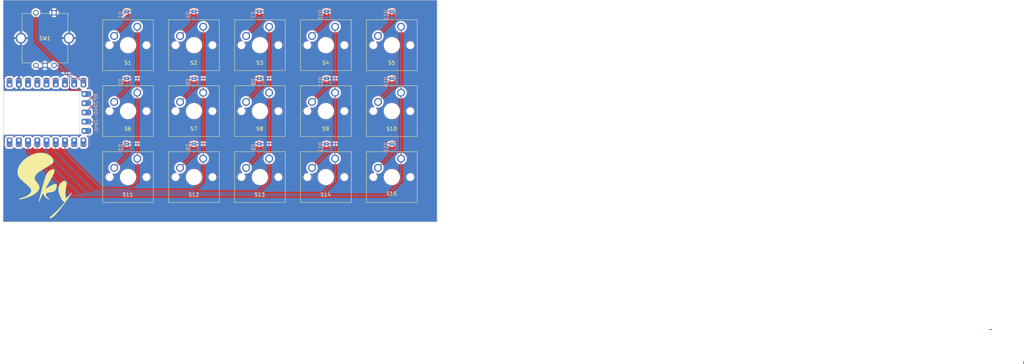
<source format=kicad_pcb>
(kicad_pcb (version 20221018) (generator pcbnew)
  (layers (0 "F.Cu" signal) (31 "B.Cu" signal) (34 "B.Paste" user) (35 "F.Paste" user) (36 "B.SilkS" user "B.Silkscreen") (37 "F.SilkS" user "F.Silkscreen") (38 "B.Mask" user) (39 "F.Mask" user) (44 "Edge.Cuts" user))
  (net 0 "")
  (net 1 "Col0")
  (net 2 "Col1")
  (net 3 "Col2")
  (net 4 "Col3")
  (net 5 "Col4")
  (net 6 "Row0")
  (net 7 "Row1")
  (net 8 "Row2")
  (net 9 "+3.3V")
  (net 10 "+5V")
  (net 11 "GND")
  (net 12 "Net-(RZ1-GP14)")
  (net 13 "Net-(RZ1-GP13)")
  (net 14 "Net-(RZ1-GP15)")
  (net 15 "Net-(D1-A)")
  (net 16 "Net-(D2-A)")
  (net 17 "Net-(D3-A)")
  (net 18 "Net-(D4-A)")
  (net 19 "Net-(D5-A)")
  (net 20 "Net-(D6-A)")
  (net 21 "Net-(D7-A)")
  (net 22 "Net-(D8-A)")
  (net 23 "Net-(D9-A)")
  (net 24 "Net-(D10-A)")
  (net 25 "Net-(D11-A)")
  (net 26 "Net-(D12-A)")
  (net 27 "Net-(D13-A)")
  (net 28 "Net-(D14-A)")
  (net 29 "Net-(D15-A)")
  (footprint "Button_Switch_Keyboard:SW_Cherry_MX_1.00u_PCB" (layer "F.Cu") (at 75.05 73.6)
    (fp_text reference "S12" (at -2.6 9.95) (layer "F.SilkS"))
    (fp_text value "MX1A-C1NN")
    (pad "" np_thru_hole circle (at -7.62 5.08) (size 1.7 1.7) (drill 1.7) (layers "*.Cu" "*.Mask"))
    (pad "" np_thru_hole circle (at -2.54 5.08) (size 4 4) (drill 4) (layers "*.Cu" "*.Mask"))
    (pad "" np_thru_hole circle (at 2.54 5.08) (size 1.7 1.7) (drill 1.7) (layers "*.Cu" "*.Mask"))
    (pad "1" thru_hole circle (at 0 0) (size 2.2 2.2) (drill 1.5) (layers "*.Cu" "*.Mask") (net 2 "Col1"))
    (pad "2" thru_hole circle (at -6.35 2.54) (size 2.2 2.2) (drill 1.5) (layers "*.Cu" "*.Mask") (net 20 "Net-(D6-A)"))
  )
  (footprint "Button_Switch_Keyboard:SW_Cherry_MX_1.00u_PCB" (layer "F.Cu") (at 56.9 73.6)
    (fp_text reference "S11" (at -2.6 9.95) (layer "F.SilkS"))
    (fp_text value "MX1A-C1NN")
    (pad "" np_thru_hole circle (at -7.62 5.08) (size 1.7 1.7) (drill 1.7) (layers "*.Cu" "*.Mask"))
    (pad "" np_thru_hole circle (at -2.54 5.08) (size 4 4) (drill 4) (layers "*.Cu" "*.Mask"))
    (pad "" np_thru_hole circle (at 2.54 5.08) (size 1.7 1.7) (drill 1.7) (layers "*.Cu" "*.Mask"))
    (pad "1" thru_hole circle (at 0 0) (size 2.2 2.2) (drill 1.5) (layers "*.Cu" "*.Mask") (net 1 "Col0"))
    (pad "2" thru_hole circle (at -6.35 2.54) (size 2.2 2.2) (drill 1.5) (layers "*.Cu" "*.Mask") (net 17 "Net-(D3-A)"))
  )
  (footprint "Button_Switch_Keyboard:SW_Cherry_MX_1.00u_PCB" (layer "F.Cu") (at 111.35 55.45)
    (fp_text reference "S9" (at -2.6 9.95) (layer "F.SilkS"))
    (fp_text value "MX1A-C1NN")
    (pad "" np_thru_hole circle (at -7.62 5.08) (size 1.7 1.7) (drill 1.7) (layers "*.Cu" "*.Mask"))
    (pad "" np_thru_hole circle (at -2.54 5.08) (size 4 4) (drill 4) (layers "*.Cu" "*.Mask"))
    (pad "" np_thru_hole circle (at 2.54 5.08) (size 1.7 1.7) (drill 1.7) (layers "*.Cu" "*.Mask"))
    (pad "1" thru_hole circle (at 0 0) (size 2.2 2.2) (drill 1.5) (layers "*.Cu" "*.Mask") (net 4 "Col3"))
    (pad "2" thru_hole circle (at -6.35 2.54) (size 2.2 2.2) (drill 1.5) (layers "*.Cu" "*.Mask") (net 25 "Net-(D11-A)"))
  )
  (footprint "Button_Switch_Keyboard:SW_Cherry_MX_1.00u_PCB" (layer "F.Cu") (at 111.35 37.3)
    (fp_text reference "S4" (at -2.6 9.95) (layer "F.SilkS"))
    (fp_text value "MX1A-C1NN")
    (pad "" np_thru_hole circle (at -7.62 5.08) (size 1.7 1.7) (drill 1.7) (layers "*.Cu" "*.Mask"))
    (pad "" np_thru_hole circle (at -2.54 5.08) (size 4 4) (drill 4) (layers "*.Cu" "*.Mask"))
    (pad "" np_thru_hole circle (at 2.54 5.08) (size 1.7 1.7) (drill 1.7) (layers "*.Cu" "*.Mask"))
    (pad "1" thru_hole circle (at 0 0) (size 2.2 2.2) (drill 1.5) (layers "*.Cu" "*.Mask") (net 4 "Col3"))
    (pad "2" thru_hole circle (at -6.35 2.54) (size 2.2 2.2) (drill 1.5) (layers "*.Cu" "*.Mask") (net 24 "Net-(D10-A)"))
  )
  (footprint "Button_Switch_Keyboard:SW_Cherry_MX_1.00u_PCB" (layer "F.Cu") (at 93.2 37.3)
    (fp_text reference "S3" (at -2.6 9.95) (layer "F.SilkS"))
    (fp_text value "MX1A-C1NN")
    (pad "" np_thru_hole circle (at -7.62 5.08) (size 1.7 1.7) (drill 1.7) (layers "*.Cu" "*.Mask"))
    (pad "" np_thru_hole circle (at -2.54 5.08) (size 4 4) (drill 4) (layers "*.Cu" "*.Mask"))
    (pad "" np_thru_hole circle (at 2.54 5.08) (size 1.7 1.7) (drill 1.7) (layers "*.Cu" "*.Mask"))
    (pad "1" thru_hole circle (at 0 0) (size 2.2 2.2) (drill 1.5) (layers "*.Cu" "*.Mask") (net 3 "Col2"))
    (pad "2" thru_hole circle (at -6.35 2.54) (size 2.2 2.2) (drill 1.5) (layers "*.Cu" "*.Mask") (net 21 "Net-(D7-A)"))
  )
  (footprint "Button_Switch_Keyboard:SW_Cherry_MX_1.00u_PCB" (layer "F.Cu") (at 56.9 55.45)
    (fp_text reference "S6" (at -2.6 9.95) (layer "F.SilkS"))
    (fp_text value "MX1A-C1NN")
    (pad "" np_thru_hole circle (at -7.62 5.08) (size 1.7 1.7) (drill 1.7) (layers "*.Cu" "*.Mask"))
    (pad "" np_thru_hole circle (at -2.54 5.08) (size 4 4) (drill 4) (layers "*.Cu" "*.Mask"))
    (pad "" np_thru_hole circle (at 2.54 5.08) (size 1.7 1.7) (drill 1.7) (layers "*.Cu" "*.Mask"))
    (pad "1" thru_hole circle (at 0 0) (size 2.2 2.2) (drill 1.5) (layers "*.Cu" "*.Mask") (net 1 "Col0"))
    (pad "2" thru_hole circle (at -6.35 2.54) (size 2.2 2.2) (drill 1.5) (layers "*.Cu" "*.Mask") (net 16 "Net-(D2-A)"))
  )
  (footprint "Button_Switch_Keyboard:SW_Cherry_MX_1.00u_PCB" (layer "F.Cu") (at 111.35 73.6)
    (fp_text reference "S14" (at -2.6 9.95) (layer "F.SilkS"))
    (fp_text value "MX1A-C1NN")
    (pad "" np_thru_hole circle (at -7.62 5.08) (size 1.7 1.7) (drill 1.7) (layers "*.Cu" "*.Mask"))
    (pad "" np_thru_hole circle (at -2.54 5.08) (size 4 4) (drill 4) (layers "*.Cu" "*.Mask"))
    (pad "" np_thru_hole circle (at 2.54 5.08) (size 1.7 1.7) (drill 1.7) (layers "*.Cu" "*.Mask"))
    (pad "1" thru_hole circle (at 0 0) (size 2.2 2.2) (drill 1.5) (layers "*.Cu" "*.Mask") (net 4 "Col3"))
    (pad "2" thru_hole circle (at -6.35 2.54) (size 2.2 2.2) (drill 1.5) (layers "*.Cu" "*.Mask") (net 26 "Net-(D12-A)"))
  )
  (footprint "Button_Switch_Keyboard:SW_Cherry_MX_1.00u_PCB" (layer "F.Cu") (at 93.2 55.45)
    (fp_text reference "S8" (at -2.6 9.95) (layer "F.SilkS"))
    (fp_text value "MX1A-C1NN")
    (pad "" np_thru_hole circle (at -7.62 5.08) (size 1.7 1.7) (drill 1.7) (layers "*.Cu" "*.Mask"))
    (pad "" np_thru_hole circle (at -2.54 5.08) (size 4 4) (drill 4) (layers "*.Cu" "*.Mask"))
    (pad "" np_thru_hole circle (at 2.54 5.08) (size 1.7 1.7) (drill 1.7) (layers "*.Cu" "*.Mask"))
    (pad "1" thru_hole circle (at 0 0) (size 2.2 2.2) (drill 1.5) (layers "*.Cu" "*.Mask") (net 3 "Col2"))
    (pad "2" thru_hole circle (at -6.35 2.54) (size 2.2 2.2) (drill 1.5) (layers "*.Cu" "*.Mask") (net 22 "Net-(D8-A)"))
  )
  (footprint "Rotary_Encoder:RotaryEncoder_Bourns_Vertical_PEC12R-3xxxF-Sxxxx" (layer "F.Cu") (at 29 47.95 90)
    (fp_text reference "SW1" (at 7.45 2.5) (layer "F.SilkS"))
    (fp_text value "RotaryEncoder_Switch")
    (pad "A" thru_hole circle (at 0 0) (size 1.524 1.524) (drill 1) (layers "*.Cu" "*.Mask") (net 12 "Net-(RZ1-GP14)"))
    (pad "B" thru_hole circle (at 0 5) (size 1.524 1.524) (drill 1) (layers "*.Cu" "*.Mask") (net 13 "Net-(RZ1-GP13)"))
    (pad "C" thru_hole circle (at 0 2.5) (size 1.524 1.524) (drill 1) (layers "*.Cu" "*.Mask") (net 11 "GND"))
    (pad "S1" thru_hole circle (at 14.5 0) (size 1.524 1.524) (drill 1) (layers "*.Cu" "*.Mask") (net 14 "Net-(RZ1-GP15)"))
    (pad "S2" thru_hole circle (at 14.5 5) (size 1.524 1.524) (drill 1) (layers "*.Cu" "*.Mask") (net 11 "GND"))
    (pad "SH" thru_hole oval (at 7.5 -4.1) (size 2.9 3) (drill oval 2.1 2.2) (layers "*.Cu" "*.Mask") (net 11 "GND"))
    (pad "SH" thru_hole oval (at 7.5 9.1) (size 2.9 3) (drill oval 2.1 2.2) (layers "*.Cu" "*.Mask") (net 11 "GND"))
  )
  (footprint "Button_Switch_Keyboard:SW_Cherry_MX_1.00u_PCB" (layer "F.Cu") (at 129.5 73.6)
    (fp_text reference "S15" (at -2.6 9.644) (layer "F.SilkS"))
    (fp_text value "MX1A-C1NN")
    (pad "" np_thru_hole circle (at -7.62 5.08) (size 1.7 1.7) (drill 1.7) (layers "*.Cu" "*.Mask"))
    (pad "" np_thru_hole circle (at -2.54 5.08) (size 4 4) (drill 4) (layers "*.Cu" "*.Mask"))
    (pad "" np_thru_hole circle (at 2.54 5.08) (size 1.7 1.7) (drill 1.7) (layers "*.Cu" "*.Mask"))
    (pad "1" thru_hole circle (at 0 0) (size 2.2 2.2) (drill 1.5) (layers "*.Cu" "*.Mask") (net 5 "Col4"))
    (pad "2" thru_hole circle (at -6.35 2.54) (size 2.2 2.2) (drill 1.5) (layers "*.Cu" "*.Mask") (net 29 "Net-(D15-A)"))
  )
  (footprint "Button_Switch_Keyboard:SW_Cherry_MX_1.00u_PCB" (layer "F.Cu") (at 93.2 73.6)
    (fp_text reference "S13" (at -2.6 9.95) (layer "F.SilkS"))
    (fp_text value "MX1A-C1NN")
    (pad "" np_thru_hole circle (at -7.62 5.08) (size 1.7 1.7) (drill 1.7) (layers "*.Cu" "*.Mask"))
    (pad "" np_thru_hole circle (at -2.54 5.08) (size 4 4) (drill 4) (layers "*.Cu" "*.Mask"))
    (pad "" np_thru_hole circle (at 2.54 5.08) (size 1.7 1.7) (drill 1.7) (layers "*.Cu" "*.Mask"))
    (pad "1" thru_hole circle (at 0 0) (size 2.2 2.2) (drill 1.5) (layers "*.Cu" "*.Mask") (net 3 "Col2"))
    (pad "2" thru_hole circle (at -6.35 2.54) (size 2.2 2.2) (drill 1.5) (layers "*.Cu" "*.Mask") (net 23 "Net-(D9-A)"))
  )
  (footprint "Button_Switch_Keyboard:SW_Cherry_MX_1.00u_PCB" (layer "F.Cu") (at 129.5 37.3)
    (fp_text reference "S5" (at -2.6 9.95) (layer "F.SilkS"))
    (fp_text value "MX1A-C1NN")
    (pad "" np_thru_hole circle (at -7.62 5.08) (size 1.7 1.7) (drill 1.7) (layers "*.Cu" "*.Mask"))
    (pad "" np_thru_hole circle (at -2.54 5.08) (size 4 4) (drill 4) (layers "*.Cu" "*.Mask"))
    (pad "" np_thru_hole circle (at 2.54 5.08) (size 1.7 1.7) (drill 1.7) (layers "*.Cu" "*.Mask"))
    (pad "1" thru_hole circle (at 0 0) (size 2.2 2.2) (drill 1.5) (layers "*.Cu" "*.Mask") (net 5 "Col4"))
    (pad "2" thru_hole circle (at -6.35 2.54) (size 2.2 2.2) (drill 1.5) (layers "*.Cu" "*.Mask") (net 27 "Net-(D13-A)"))
  )
  (footprint "Button_Switch_Keyboard:SW_Cherry_MX_1.00u_PCB" (layer "F.Cu") (at 75.05 37.3)
    (fp_text reference "S2" (at -2.6 9.95) (layer "F.SilkS"))
    (fp_text value "MX1A-C1NN")
    (pad "" np_thru_hole circle (at -7.62 5.08) (size 1.7 1.7) (drill 1.7) (layers "*.Cu" "*.Mask"))
    (pad "" np_thru_hole circle (at -2.54 5.08) (size 4 4) (drill 4) (layers "*.Cu" "*.Mask"))
    (pad "" np_thru_hole circle (at 2.54 5.08) (size 1.7 1.7) (drill 1.7) (layers "*.Cu" "*.Mask"))
    (pad "1" thru_hole circle (at 0 0) (size 2.2 2.2) (drill 1.5) (layers "*.Cu" "*.Mask") (net 2 "Col1"))
    (pad "2" thru_hole circle (at -6.35 2.54) (size 2.2 2.2) (drill 1.5) (layers "*.Cu" "*.Mask") (net 18 "Net-(D4-A)"))
  )
  (footprint "Button_Switch_Keyboard:SW_Cherry_MX_1.00u_PCB" (layer "F.Cu") (at 56.9 37.3)
    (fp_text reference "S1" (at -2.6 9.95) (layer "F.SilkS"))
    (fp_text value "MX1A-C1NN")
    (pad "" np_thru_hole circle (at -7.62 5.08) (size 1.7 1.7) (drill 1.7) (layers "*.Cu" "*.Mask"))
    (pad "" np_thru_hole circle (at -2.54 5.08) (size 4 4) (drill 4) (layers "*.Cu" "*.Mask"))
    (pad "" np_thru_hole circle (at 2.54 5.08) (size 1.7 1.7) (drill 1.7) (layers "*.Cu" "*.Mask"))
    (pad "1" thru_hole circle (at 0 0) (size 2.2 2.2) (drill 1.5) (layers "*.Cu" "*.Mask") (net 1 "Col0"))
    (pad "2" thru_hole circle (at -6.35 2.54) (size 2.2 2.2) (drill 1.5) (layers "*.Cu" "*.Mask") (net 15 "Net-(D1-A)"))
  )
  (footprint "Button_Switch_Keyboard:SW_Cherry_MX_1.00u_PCB" (layer "F.Cu") (at 75.05 55.45)
    (fp_text reference "S7" (at -2.6 9.95) (layer "F.SilkS"))
    (fp_text value "MX1A-C1NN")
    (pad "" np_thru_hole circle (at -7.62 5.08) (size 1.7 1.7) (drill 1.7) (layers "*.Cu" "*.Mask"))
    (pad "" np_thru_hole circle (at -2.54 5.08) (size 4 4) (drill 4) (layers "*.Cu" "*.Mask"))
    (pad "" np_thru_hole circle (at 2.54 5.08) (size 1.7 1.7) (drill 1.7) (layers "*.Cu" "*.Mask"))
    (pad "1" thru_hole circle (at 0 0) (size 2.2 2.2) (drill 1.5) (layers "*.Cu" "*.Mask") (net 2 "Col1"))
    (pad "2" thru_hole circle (at -6.35 2.54) (size 2.2 2.2) (drill 1.5) (layers "*.Cu" "*.Mask") (net 19 "Net-(D5-A)"))
  )
  (footprint "Button_Switch_Keyboard:SW_Cherry_MX_1.00u_PCB" (layer "F.Cu") (at 129.5 55.45)
    (fp_text reference "S10" (at -2.6 9.95) (layer "F.SilkS"))
    (fp_text value "MX1A-C1NN")
    (pad "" np_thru_hole circle (at -7.62 5.08) (size 1.7 1.7) (drill 1.7) (layers "*.Cu" "*.Mask"))
    (pad "" np_thru_hole circle (at -2.54 5.08) (size 4 4) (drill 4) (layers "*.Cu" "*.Mask"))
    (pad "" np_thru_hole circle (at 2.54 5.08) (size 1.7 1.7) (drill 1.7) (layers "*.Cu" "*.Mask"))
    (pad "1" thru_hole circle (at 0 0) (size 2.2 2.2) (drill 1.5) (layers "*.Cu" "*.Mask") (net 5 "Col4"))
    (pad "2" thru_hole circle (at -6.35 2.54) (size 2.2 2.2) (drill 1.5) (layers "*.Cu" "*.Mask") (net 28 "Net-(D14-A)"))
  )
  (footprint "Diode_SMD:D_0805_2012Metric" (layer "B.Cu") (at 127 52.5 -90)
    (fp_text reference "D14" (at 0 1.65 90) (layer "B.SilkS") (effects (justify mirror)))
    (fp_text value "D_Small")
    (pad "1" smd roundrect (at -0.9375 0 270) (size 0.975 1.4) (layers "B.Cu" "B.Paste" "B.Mask") (net 7 "Row1"))
    (pad "2" smd roundrect (at 0.9375 0 270) (size 0.975 1.4) (layers "B.Cu" "B.Paste" "B.Mask") (net 28 "Net-(D14-A)"))
  )
  (footprint "Diode_SMD:D_0805_2012Metric" (layer "B.Cu") (at 109 52.5 -90)
    (fp_text reference "D11" (at 0 1.65 90) (layer "B.SilkS") (effects (justify mirror)))
    (fp_text value "D_Small")
    (pad "1" smd roundrect (at -0.9375 0 270) (size 0.975 1.4) (layers "B.Cu" "B.Paste" "B.Mask") (net 7 "Row1"))
    (pad "2" smd roundrect (at 0.9375 0 270) (size 0.975 1.4) (layers "B.Cu" "B.Paste" "B.Mask") (net 25 "Net-(D11-A)"))
  )
  (footprint "Diode_SMD:D_0805_2012Metric" (layer "B.Cu") (at 72.5 34.0625 -90)
    (fp_text reference "D4" (at 0 1.65 90) (layer "B.SilkS") (effects (justify mirror)))
    (fp_text value "D_Small")
    (pad "1" smd roundrect (at -0.9375 0 270) (size 0.975 1.4) (layers "B.Cu" "B.Paste" "B.Mask") (net 6 "Row0"))
    (pad "2" smd roundrect (at 0.9375 0 270) (size 0.975 1.4) (layers "B.Cu" "B.Paste" "B.Mask") (net 18 "Net-(D4-A)"))
  )
  (footprint "Diode_SMD:D_0805_2012Metric" (layer "B.Cu") (at 54 52.5 -90)
    (fp_text reference "D2" (at 0 1.65 90) (layer "B.SilkS") (effects (justify mirror)))
    (fp_text value "D_Small")
    (pad "1" smd roundrect (at -0.9375 0 270) (size 0.975 1.4) (layers "B.Cu" "B.Paste" "B.Mask") (net 7 "Row1"))
    (pad "2" smd roundrect (at 0.9375 0 270) (size 0.975 1.4) (layers "B.Cu" "B.Paste" "B.Mask") (net 16 "Net-(D2-A)"))
  )
  (footprint "Diode_SMD:D_0805_2012Metric" (layer "B.Cu") (at 109 70.5 -90)
    (fp_text reference "D12" (at 0 1.65 90) (layer "B.SilkS") (effects (justify mirror)))
    (fp_text value "D_Small")
    (pad "1" smd roundrect (at -0.9375 0 270) (size 0.975 1.4) (layers "B.Cu" "B.Paste" "B.Mask") (net 8 "Row2"))
    (pad "2" smd roundrect (at 0.9375 0 270) (size 0.975 1.4) (layers "B.Cu" "B.Paste" "B.Mask") (net 26 "Net-(D12-A)"))
  )
  (footprint "Diode_SMD:D_0805_2012Metric" (layer "B.Cu") (at 90.5 70.5 -90)
    (fp_text reference "D9" (at 0 1.65 90) (layer "B.SilkS") (effects (justify mirror)))
    (fp_text value "D_Small")
    (pad "1" smd roundrect (at -0.9375 0 270) (size 0.975 1.4) (layers "B.Cu" "B.Paste" "B.Mask") (net 8 "Row2"))
    (pad "2" smd roundrect (at 0.9375 0 270) (size 0.975 1.4) (layers "B.Cu" "B.Paste" "B.Mask") (net 23 "Net-(D9-A)"))
  )
  (footprint "Diode_SMD:D_0805_2012Metric" (layer "B.Cu") (at 72.5 70.5 -90)
    (fp_text reference "D6" (at 0 1.65 90) (layer "B.SilkS") (effects (justify mirror)))
    (fp_text value "D_Small")
    (pad "1" smd roundrect (at -0.9375 0 270) (size 0.975 1.4) (layers "B.Cu" "B.Paste" "B.Mask") (net 8 "Row2"))
    (pad "2" smd roundrect (at 0.9375 0 270) (size 0.975 1.4) (layers "B.Cu" "B.Paste" "B.Mask") (net 20 "Net-(D6-A)"))
  )
  (footprint "RP2040-Zero:RP2040-Zero" (layer "B.Cu") (at 44.625 50.735 -90)
    (fp_text reference "RZ1")
    (fp_text value "RP2040-Zero" (at 10.16 -0.875 90 unlocked) (layer "B.SilkS") (effects (justify mirror)))
    (pad "0" thru_hole roundrect (at 17.78 22.86 270) (size 2.6 1.6) (drill 0.8 (offset 0.6 0)) (layers "*.Cu" "*.Mask"))
    (pad "1" thru_hole roundrect (at 17.78 20.32 270) (size 2.6 1.6) (drill 0.8 (offset 0.6 0)) (layers "*.Cu" "*.Mask"))
    (pad "2" thru_hole roundrect (at 17.78 17.78 270) (size 2.6 1.6) (drill 0.8 (offset 0.6 0)) (layers "*.Cu" "*.Mask") (net 5 "Col4"))
    (pad "3" thru_hole roundrect (at 17.78 15.24 270) (size 2.6 1.6) (drill 0.8 (offset 0.6 0)) (layers "*.Cu" "*.Mask") (net 4 "Col3"))
    (pad "4" thru_hole roundrect (at 17.78 12.7 270) (size 2.6 1.6) (drill 0.8 (offset 0.6 0)) (layers "*.Cu" "*.Mask") (net 3 "Col2"))
    (pad "5" thru_hole roundrect (at 17.78 10.16 270) (size 2.6 1.6002) (drill 0.8 (offset 0.6 0)) (layers "*.Cu" "*.Mask") (net 2 "Col1"))
    (pad "6" thru_hole roundrect (at 17.78 7.62 270) (size 2.6 1.6002) (drill 0.8 (offset 0.6 0)) (layers "*.Cu" "*.Mask") (net 1 "Col0"))
    (pad "7" thru_hole roundrect (at 17.78 5.08 270) (size 2.6 1.6002) (drill 0.8 (offset 0.6 0)) (layers "*.Cu" "*.Mask"))
    (pad "8" thru_hole roundrect (at 17.78 2.54 270) (size 2.6 1.6002) (drill 0.8 (offset 0.6 0)) (layers "*.Cu" "*.Mask"))
    (pad "9" thru_hole roundrect (at 15.24 2.33 270) (size 1.6 2.6) (drill 0.8 (offset 0 -0.6)) (layers "*.Cu" "*.Mask"))
    (pad "10" thru_hole roundrect (at 12.7 2.33 270) (size 1.5748 2.6) (drill 0.8 (offset 0 -0.6)) (layers "*.Cu" "*.Mask") (net 8 "Row2"))
    (pad "11" thru_hole roundrect (at 10.16 2.33 270) (size 1.5748 2.6) (drill 0.8 (offset 0 -0.6)) (layers "*.Cu" "*.Mask") (net 7 "Row1"))
    (pad "12" thru_hole roundrect (at 7.62 2.33 270) (size 1.5748 2.6) (drill 0.8 (offset 0 -0.6)) (layers "*.Cu" "*.Mask") (net 6 "Row0"))
    (pad "13" thru_hole roundrect (at 5.08 2.33 270) (size 1.5748 2.6) (drill 0.8 (offset 0 -0.6)) (layers "*.Cu" "*.Mask") (net 13 "Net-(RZ1-GP13)"))
    (pad "14" thru_hole roundrect (at 2.54 2.54 270) (size 2.6 1.6002) (drill 0.8 (offset -0.6 0)) (layers "*.Cu" "*.Mask") (net 12 "Net-(RZ1-GP14)"))
    (pad "15" thru_hole roundrect (at 2.54 5.08 270) (size 2.6 1.6002) (drill 0.8 (offset -0.6 0)) (layers "*.Cu" "*.Mask") (net 14 "Net-(RZ1-GP15)"))
    (pad "26" thru_hole roundrect (at 2.54 7.62 270) (size 2.6 1.6002) (drill 0.8 (offset -0.6 0)) (layers "*.Cu" "*.Mask"))
    (pad "27" thru_hole roundrect (at 2.54 10.16 270) (size 2.6 1.6002) (drill 0.8 (offset -0.6 0)) (layers "*.Cu" "*.Mask"))
    (pad "28" thru_hole roundrect (at 2.54 12.7 270) (size 2.6 1.6002) (drill 0.8 (offset -0.6 0)) (layers "*.Cu" "*.Mask"))
    (pad "29" thru_hole roundrect (at 2.54 15.24 270) (size 2.6 1.6002) (drill 0.8 (offset -0.6 0)) (layers "*.Cu" "*.Mask"))
    (pad "30" thru_hole roundrect (at 2.54 17.78 270) (size 2.6 1.6002) (drill 0.8 (offset -0.6 0)) (layers "*.Cu" "*.Mask") (net 9 "+3.3V"))
    (pad "31" thru_hole roundrect (at 2.54 20.32 270) (size 2.6 1.6002) (drill 0.8 (offset -0.6 0)) (layers "*.Cu" "*.Mask") (net 11 "GND"))
    (pad "32" thru_hole roundrect (at 2.54 22.86 270) (size 2.6 1.6002) (drill 0.8 (offset -0.6 0)) (layers "*.Cu" "*.Mask") (net 10 "+5V"))
  )
  (footprint "Diode_SMD:D_0805_2012Metric" (layer "B.Cu") (at 109 34.0625 -90)
    (fp_text reference "D10" (at 0 1.65 90) (layer "B.SilkS") (effects (justify mirror)))
    (fp_text value "D_Small")
    (pad "1" smd roundrect (at -0.9375 0 270) (size 0.975 1.4) (layers "B.Cu" "B.Paste" "B.Mask") (net 6 "Row0"))
    (pad "2" smd roundrect (at 0.9375 0 270) (size 0.975 1.4) (layers "B.Cu" "B.Paste" "B.Mask") (net 24 "Net-(D10-A)"))
  )
  (footprint "Diode_SMD:D_0805_2012Metric" (layer "B.Cu") (at 90.5 34.0625 -90)
    (fp_text reference "D7" (at 0 1.65 90) (layer "B.SilkS") (effects (justify mirror)))
    (fp_text value "D_Small")
    (pad "1" smd roundrect (at -0.9375 0 270) (size 0.975 1.4) (layers "B.Cu" "B.Paste" "B.Mask") (net 6 "Row0"))
    (pad "2" smd roundrect (at 0.9375 0 270) (size 0.975 1.4) (layers "B.Cu" "B.Paste" "B.Mask") (net 21 "Net-(D7-A)"))
  )
  (footprint "Diode_SMD:D_0805_2012Metric" (layer "B.Cu") (at 127 34.0625 -90)
    (fp_text reference "D13" (at 0 1.65 90) (layer "B.SilkS") (effects (justify mirror)))
    (fp_text value "D_Small")
    (pad "1" smd roundrect (at -0.9375 0 270) (size 0.975 1.4) (layers "B.Cu" "B.Paste" "B.Mask") (net 6 "Row0"))
    (pad "2" smd roundrect (at 0.9375 0 270) (size 0.975 1.4) (layers "B.Cu" "B.Paste" "B.Mask") (net 27 "Net-(D13-A)"))
  )
  (footprint "Diode_SMD:D_0805_2012Metric" (layer "B.Cu") (at 54 34.0625 -90)
    (fp_text reference "D1" (at 0 1.65 90) (layer "B.SilkS") (effects (justify mirror)))
    (fp_text value "D_Small")
    (pad "1" smd roundrect (at -0.9375 0 270) (size 0.975 1.4) (layers "B.Cu" "B.Paste" "B.Mask") (net 6 "Row0"))
    (pad "2" smd roundrect (at 0.9375 0 270) (size 0.975 1.4) (layers "B.Cu" "B.Paste" "B.Mask") (net 15 "Net-(D1-A)"))
  )
  (footprint "Diode_SMD:D_0805_2012Metric" (layer "B.Cu") (at 54 70.5 -90)
    (fp_text reference "D3" (at 0 1.65 90) (layer "B.SilkS") (effects (justify mirror)))
    (fp_text value "D_Small")
    (pad "1" smd roundrect (at -0.9375 0 270) (size 0.975 1.4) (layers "B.Cu" "B.Paste" "B.Mask") (net 8 "Row2"))
    (pad "2" smd roundrect (at 0.9375 0 270) (size 0.975 1.4) (layers "B.Cu" "B.Paste" "B.Mask") (net 17 "Net-(D3-A)"))
  )
  (footprint "Diode_SMD:D_0805_2012Metric" (layer "B.Cu") (at 90.5 52.5 -90)
    (fp_text reference "D8" (at 0 1.65 90) (layer "B.SilkS") (effects (justify mirror)))
    (fp_text value "D_Small")
    (pad "1" smd roundrect (at -0.9375 0 270) (size 0.975 1.4) (layers "B.Cu" "B.Paste" "B.Mask") (net 7 "Row1"))
    (pad "2" smd roundrect (at 0.9375 0 270) (size 0.975 1.4) (layers "B.Cu" "B.Paste" "B.Mask") (net 22 "Net-(D8-A)"))
  )
  (footprint "Diode_SMD:D_0805_2012Metric" (layer "B.Cu") (at 72.5 52.5 -90)
    (fp_text reference "D5" (at 0 1.65 90) (layer "B.SilkS") (effects (justify mirror)))
    (fp_text value "D_Small")
    (pad "1" smd roundrect (at -0.9375 0 270) (size 0.975 1.4) (layers "B.Cu" "B.Paste" "B.Mask") (net 7 "Row1"))
    (pad "2" smd roundrect (at 0.9375 0 270) (size 0.975 1.4) (layers "B.Cu" "B.Paste" "B.Mask") (net 19 "Net-(D5-A)"))
  )
  (footprint "Diode_SMD:D_0805_2012Metric" (layer "B.Cu") (at 127 70.5 -90)
    (fp_text reference "D15" (at 0 1.65 90) (layer "B.SilkS") (effects (justify mirror)))
    (fp_text value "D_Small")
    (pad "1" smd roundrect (at -0.9375 0 270) (size 0.975 1.4) (layers "B.Cu" "B.Paste" "B.Mask") (net 8 "Row2"))
    (pad "2" smd roundrect (at 0.9375 0 270) (size 0.975 1.4) (layers "B.Cu" "B.Paste" "B.Mask") (net 29 "Net-(D15-A)"))
  )
  (gr_line (start 300.85 129.45) (end 300.85 130) (stroke (width 0.2)) (layer "F.Cu"))
  (gr_line (start 292.05 120.65) (end 291.5 120.65) (stroke (width 0.2)) (layer "F.Cu"))
  (gr_poly (pts (xy 36.843918 79.692065) (xy 36.867236 79.693512) (xy 36.890636 79.696049) (xy 36.914082 79.69965) (xy 36.960965 79.709941) (xy 37.007589 79.724177) (xy 37.053661 79.74215) (xy 37.098884 79.763653) (xy 37.142965 79.788478) (xy 37.185607 79.816417) (xy 37.226517 79.847261) (xy 37.265399 79.880804) (xy 37.301958 79.916838) (xy 37.335899 79.955154) (xy 37.366927 79.995545) (xy 37.394748 80.037802) (xy 37.419066 80.08172) (xy 37.439587 80.127088) (xy 37.45787 80.174391) (xy 37.473299 80.219846) (xy 37.47989 80.242449) (xy 37.485704 80.265271) (xy 37.490719 80.288541) (xy 37.494915 80.312485) (xy 37.498269 80.337332) (xy 37.500761 80.363307) (xy 37.50237 80.39064) (xy 37.503074 80.419556) (xy 37.502852 80.450283) (xy 37.501683 80.48305) (xy 37.499545 80.518082) (xy 37.496418 80.555608) (xy 37.487109 80.639049) (xy 37.473586 80.735191) (xy 37.455681 80.845854) (xy 37.433221 80.972857) (xy 37.406039 81.118017) (xy 37.373963 81.283154) (xy 37.294452 81.680634) (xy 37.253764 81.89222) (xy 37.219625 82.093265) (xy 37.19158 82.288217) (xy 37.169179 82.481526) (xy 37.151967 82.677642) (xy 37.139493 82.881014) (xy 37.131303 83.096091) (xy 37.126946 83.327323) (xy 37.124789 83.592386) (xy 37.125422 83.799826) (xy 37.129897 83.958405) (xy 37.133906 84.02211) (xy 37.13927 84.076885) (xy 37.146123 84.123825) (xy 37.154595 84.164025) (xy 37.164818 84.198582) (xy 37.176925 84.228589) (xy 37.191046 84.255142) (xy 37.207315 84.279337) (xy 37.225862 84.302268) (xy 37.246819 84.32503) (xy 37.26091 84.338987) (xy 37.27537 84.352022) (xy 37.290111 84.364096) (xy 37.30504 84.375171) (xy 37.320069 84.385212) (xy 37.335106 84.394178) (xy 37.350061 84.402034) (xy 37.364845 84.40874) (xy 37.379366 84.414261) (xy 37.393534 84.418557) (xy 37.407259 84.421591) (xy 37.420451 84.423326) (xy 37.43302 84.423723) (xy 37.439042 84.423409) (xy 37.444874 84.422746) (xy 37.450505 84.42173) (xy 37.455924 84.420356) (xy 37.46112 84.418619) (xy 37.46608 84.416515) (xy 37.477866 84.409117) (xy 37.49444 84.395925) (xy 37.515499 84.377263) (xy 37.540739 84.353456) (xy 37.569855 84.324826) (xy 37.602543 84.2917) (xy 37.677421 84.21325) (xy 37.762941 84.1207) (xy 37.856671 84.016643) (xy 37.956178 83.903672) (xy 38.05903 83.78438) (xy 38.244777 83.570141) (xy 38.409034 83.388139) (xy 38.551844 83.238335) (xy 38.61522 83.175495) (xy 38.67325 83.12069) (xy 38.725939 83.073916) (xy 38.773294 83.035166) (xy 38.815319 83.004437) (xy 38.852019 82.981723) (xy 38.883401 82.967019) (xy 38.909468 82.960321) (xy 38.920511 82.959973) (xy 38.930227 82.961624) (xy 38.938618 82.965274) (xy 38.945683 82.970923) (xy 38.947012 82.978223) (xy 38.943346 82.992083) (xy 38.921259 83.039159) (xy 38.879878 83.111496) (xy 38.819661 83.20844) (xy 38.644546 83.473529) (xy 38.399569 83.829191) (xy 38.088385 84.270189) (xy 37.71465 84.791287) (xy 37.282019 85.387249) (xy 36.794149 86.052839) (xy 36.397378 86.588086) (xy 36.041373 87.059764) (xy 35.718821 87.476871) (xy 35.422411 87.848411) (xy 35.144829 88.183382) (xy 34.878762 88.490788) (xy 34.616898 88.779628) (xy 34.351924 89.058904) (xy 34.203259 89.209312) (xy 34.061552 89.346595) (xy 33.926794 89.470758) (xy 33.798976 89.581808) (xy 33.678086 89.679748) (xy 33.564116 89.764585) (xy 33.457055 89.836324) (xy 33.356894 89.89497) (xy 33.263622 89.940528) (xy 33.17723 89.973004) (xy 33.136611 89.984338) (xy 33.097709 89.992403) (xy 33.060521 89.9972) (xy 33.025047 89.99873) (xy 32.991286 89.996994) (xy 32.959236 89.991991) (xy 32.928896 89.983724) (xy 32.900265 89.972191) (xy 32.873342 89.957395) (xy 32.848125 89.939336) (xy 32.824613 89.918014) (xy 32.802805 89.89343) (xy 32.802804 89.893432) (xy 32.789781 89.876541) (xy 32.784065 89.868578) (xy 32.778895 89.860899) (xy 32.774281 89.853477) (xy 32.770234 89.846284) (xy 32.766766 89.839292) (xy 32.763887 89.832473) (xy 32.761609 89.825801) (xy 32.759942 89.819246) (xy 32.758898 89.812781) (xy 32.758488 89.806379) (xy 32.758723 89.800011) (xy 32.759613 89.793651) (xy 32.761171 89.787269) (xy 32.763407 89.780839) (xy 32.766331 89.774333) (xy 32.769956 89.767723) (xy 32.774292 89.760981) (xy 32.779351 89.75408) (xy 32.785143 89.746991) (xy 32.791679 89.739687) (xy 32.798971 89.73214) (xy 32.80703 89.724323) (xy 32.815866 89.716208) (xy 32.825491 89.707766) (xy 32.847151 89.689795) (xy 32.872099 89.670186) (xy 32.900423 89.648718) (xy 33.091205 89.500509) (xy 33.301221 89.327433) (xy 33.766212 88.919413) (xy 34.269903 88.450126) (xy 34.786799 87.945041) (xy 35.291407 87.429626) (xy 35.758233 86.92935) (xy 36.161784 86.469682) (xy 36.331864 86.263035) (xy 36.476565 86.076091) (xy 36.639491 85.854598) (xy 36.772912 85.668497) (xy 36.824256 85.594824) (xy 36.863062 85.537326) (xy 36.887607 85.498444) (xy 36.893994 85.486748) (xy 36.896171 85.480623) (xy 36.895943 85.478966) (xy 36.895265 85.477236) (xy 36.89415 85.475438) (xy 36.892609 85.473576) (xy 36.890652 85.471654) (xy 36.88829 85.469676) (xy 36.885536 85.467647) (xy 36.8824 85.465571) (xy 36.875026 85.461297) (xy 36.86626 85.456887) (xy 36.856189 85.452376) (xy 36.844904 85.447799) (xy 36.832494 85.443192) (xy 36.819049 85.438587) (xy 36.804658 85.434021) (xy 36.78941 85.429528) (xy 36.773395 85.425142) (xy 36.756703 85.420898) (xy 36.739423 85.416832) (xy 36.721644 85.412977) (xy 36.692504 85.406355) (xy 36.664065 85.398695) (xy 36.636264 85.38992) (xy 36.60904 85.379953) (xy 36.582333 85.368719) (xy 36.55608 85.35614) (xy 36.53022 85.342142) (xy 36.504692 85.326647) (xy 36.479434 85.309578) (xy 36.454386 85.290861) (xy 36.429484 85.270418) (xy 36.404669 85.248174) (xy 36.379878 85.224051) (xy 36.355051 85.197973) (xy 36.330126 85.169865) (xy 36.305041 85.13965) (xy 36.279735 85.107252) (xy 36.254147 85.072594) (xy 36.228215 85.0356) (xy 36.201878 84.996194) (xy 36.147743 84.909839) (xy 36.09125 84.81292) (xy 36.031908 84.704826) (xy 35.969226 84.584946) (xy 35.902713 84.45267) (xy 35.831877 84.307388) (xy 35.675051 83.965096) (xy 35.540246 83.635329) (xy 35.427474 83.317744) (xy 35.336748 83.011998) (xy 35.268077 82.717748) (xy 35.221474 82.434652) (xy 35.196951 82.162367) (xy 35.194518 81.90055) (xy 35.214188 81.648859) (xy 35.255971 81.406951) (xy 35.31988 81.174483) (xy 35.405925 80.951113) (xy 35.514119 80.736497) (xy 35.644472 80.530293) (xy 35.796997 80.332159) (xy 35.971705 80.141751) (xy 36.017061 80.098403) (xy 36.065976 80.055743) (xy 36.117906 80.014059) (xy 36.17231 79.973638) (xy 36.228645 79.934768) (xy 36.286369 79.897735) (xy 36.344941 79.862829) (xy 36.403817 79.830335) (xy 36.462455 79.800541) (xy 36.520313 79.773735) (xy 36.57685 79.750204) (xy 36.631522 79.730235) (xy 36.683787 79.714117) (xy 36.733103 79.702135) (xy 36.778929 79.694579) (xy 36.820721 79.691735)) (fill solid) (layer "F.SilkS"))
  (gr_poly (pts (xy 30.6 72) (xy 30.742607 72.0047) (xy 30.879205 72.013028) (xy 31.010686 72.025145) (xy 31.137945 72.041214) (xy 31.261874 72.061397) (xy 31.383367 72.085858) (xy 31.503318 72.114758) (xy 31.622619 72.14826) (xy 31.742164 72.186527) (xy 31.862847 72.22972) (xy 31.985561 72.278004) (xy 32.1112 72.331539) (xy 32.240656 72.39049) (xy 32.387863 72.463898) (xy 32.530928 72.543977) (xy 32.669325 72.630171) (xy 32.802531 72.721922) (xy 32.930022 72.818673) (xy 33.051273 72.919867) (xy 33.16576 73.024946) (xy 33.272959 73.133353) (xy 33.372346 73.244531) (xy 33.463396 73.357924) (xy 33.545586 73.472973) (xy 33.61839 73.589121) (xy 33.681286 73.705812) (xy 33.733748 73.822488) (xy 33.775253 73.938593) (xy 33.805276 74.053568) (xy 33.816294 74.116257) (xy 33.823176 74.179783) (xy 33.826019 74.243809) (xy 33.82492 74.307999) (xy 33.819977 74.372019) (xy 33.811287 74.435532) (xy 33.798948 74.498202) (xy 33.783057 74.559694) (xy 33.763711 74.619672) (xy 33.741008 74.6778) (xy 33.715046 74.733742) (xy 33.685921 74.787162) (xy 33.653732 74.837726) (xy 33.618575 74.885096) (xy 33.580548 74.928938) (xy 33.539748 74.968915) (xy 33.498517 75.003042) (xy 33.440081 75.046851) (xy 33.274841 75.161474) (xy 33.05053 75.30871) (xy 32.773649 75.484483) (xy 32.450699 75.684718) (xy 32.08818 75.90534) (xy 31.692595 76.142273) (xy 31.270443 76.391443) (xy 30.760701 76.697066) (xy 30.321512 76.97593) (xy 30.126583 77.106773) (xy 29.947141 77.23266) (xy 29.78247 77.354171) (xy 29.631852 77.471883) (xy 29.494571 77.586374) (xy 29.369909 77.698223) (xy 29.25715 77.808009) (xy 29.155577 77.916308) (xy 29.064473 78.0237) (xy 28.983121 78.130763) (xy 28.910804 78.238075) (xy 28.846805 78.346214) (xy 28.792052 78.451749) (xy 28.76833 78.502992) (xy 28.747087 78.553386) (xy 28.728352 78.603056) (xy 28.712156 78.652127) (xy 28.698529 78.700725) (xy 28.687503 78.748974) (xy 28.679108 78.797001) (xy 28.673374 78.844929) (xy 28.670333 78.892884) (xy 28.670014 78.940992) (xy 28.672448 78.989378) (xy 28.677667 79.038166) (xy 28.6857 79.087482) (xy 28.696578 79.137452) (xy 28.710332 79.1882) (xy 28.726993 79.239851) (xy 28.746591 79.292532) (xy 28.769156 79.346366) (xy 28.79472 79.401479) (xy 28.823313 79.457997) (xy 28.889707 79.575747) (xy 28.968585 79.700616) (xy 29.060191 79.833607) (xy 29.16477 79.975721) (xy 29.282567 80.127959) (xy 29.461391 80.358147) (xy 29.537529 80.459713) (xy 29.605482 80.553516) (xy 29.665746 80.640495) (xy 29.718819 80.721591) (xy 29.765197 80.797745) (xy 29.805379 80.869898) (xy 29.839861 80.93899) (xy 29.86914 81.005962) (xy 29.893715 81.071754) (xy 29.914081 81.137307) (xy 29.930737 81.203562) (xy 29.944179 81.27146) (xy 29.954905 81.34194) (xy 29.963412 81.415944) (xy 29.968418 81.470337) (xy 29.972131 81.520849) (xy 29.974449 81.568032) (xy 29.975268 81.612439) (xy 29.974487 81.654625) (xy 29.972002 81.695141) (xy 29.967711 81.734542) (xy 29.961511 81.773381) (xy 29.9533 81.81221) (xy 29.942974 81.851583) (xy 29.930432 81.892053) (xy 29.915571 81.934174) (xy 29.898287 81.978498) (xy 29.878479 82.025578) (xy 29.856044 82.075969) (xy 29.830878 82.130223) (xy 29.787626 82.214652) (xy 29.736667 82.301016) (xy 29.678372 82.388953) (xy 29.613108 82.478101) (xy 29.541246 82.568099) (xy 29.463156 82.658586) (xy 29.379205 82.749198) (xy 29.289765 82.839575) (xy 29.195203 82.929356) (xy 29.095891 83.018177) (xy 28.992196 83.105679) (xy 28.884488 83.191498) (xy 28.773137 83.275274) (xy 28.658513 83.356645) (xy 28.540983 83.435248) (xy 28.420919 83.510724) (xy 28.243369 83.613641) (xy 28.047987 83.717454) (xy 27.837037 83.821367) (xy 27.612779 83.924583) (xy 27.377476 84.026305) (xy 27.133391 84.125736) (xy 26.627924 84.314538) (xy 26.114474 84.484615) (xy 25.860411 84.56064) (xy 25.61114 84.629593) (xy 25.368922 84.690677) (xy 25.13602 84.743096) (xy 24.914696 84.786053) (xy 24.707212 84.818751) (xy 24.606465 84.831832) (xy 24.564727 84.836531) (xy 24.528362 84.839924) (xy 24.497085 84.841954) (xy 24.470608 84.842561) (xy 24.448644 84.841687) (xy 24.430905 84.839274) (xy 24.417105 84.835263) (xy 24.411593 84.83264) (xy 24.406957 84.829596) (xy 24.403162 84.826123) (xy 24.400173 84.822214) (xy 24.397953 84.817862) (xy 24.396466 84.813059) (xy 24.395677 84.807799) (xy 24.395549 84.802073) (xy 24.397135 84.789196) (xy 24.400938 84.774371) (xy 24.406669 84.757539) (xy 24.406668 84.75754) (xy 24.410606 84.745885) (xy 24.413652 84.734679) (xy 24.41582 84.723961) (xy 24.417122 84.713771) (xy 24.417571 84.704145) (xy 24.41718 84.695124) (xy 24.416673 84.690852) (xy 24.415961 84.686745) (xy 24.415046 84.682809) (xy 24.413928 84.679048) (xy 24.412611 84.675466) (xy 24.411094 84.67207) (xy 24.40938 84.668863) (xy 24.407471 84.66585) (xy 24.405367 84.663036) (xy 24.403071 84.660427) (xy 24.400585 84.658026) (xy 24.397909 84.655839) (xy 24.395046 84.65387) (xy 24.391997 84.652124) (xy 24.388763 84.650607) (xy 24.385346 84.649323) (xy 24.381749 84.648276) (xy 24.377972 84.647472) (xy 24.374017 84.646915) (xy 24.369885 84.64661) (xy 24.366699 84.646247) (xy 24.365017 84.64549) (xy 24.364809 84.644349) (xy 24.366044 84.642834) (xy 24.372716 84.638725) (xy 24.384781 84.633241) (xy 24.40199 84.626465) (xy 24.424091 84.618475) (xy 24.481966 84.599181) (xy 24.556401 84.576004) (xy 24.645389 84.549589) (xy 24.746924 84.52058) (xy 24.859001 84.489621) (xy 25.167515 84.399712) (xy 25.461962 84.301787) (xy 25.741536 84.196442) (xy 26.005433 84.084272) (xy 26.252847 83.965873) (xy 26.482972 83.84184) (xy 26.695002 83.712767) (xy 26.888133 83.57925) (xy 27.06156 83.441885) (xy 27.214476 83.301266) (xy 27.346076 83.157989) (xy 27.455555 83.012649) (xy 27.542107 82.86584) (xy 27.576534 82.792072) (xy 27.604927 82.718159) (xy 27.627186 82.644178) (xy 27.64321 82.570201) (xy 27.652898 82.496303) (xy 27.65615 82.42256) (xy 27.652983 82.317186) (xy 27.648786 82.266291) (xy 27.642636 82.216326) (xy 27.634374 82.167091) (xy 27.623842 82.118388) (xy 27.61088 82.070018) (xy 27.595331 82.021782) (xy 27.577036 81.973482) (xy 27.555837 81.924917) (xy 27.531574 81.87589) (xy 27.50409 81.826202) (xy 27.473226 81.775654) (xy 27.438823 81.724046) (xy 27.400723 81.671181) (xy 27.358767 81.616858) (xy 27.312797 81.56088) (xy 27.262655 81.503048) (xy 27.149217 81.381024) (xy 27.017187 81.249195) (xy 26.865295 81.105972) (xy 26.692274 80.949762) (xy 26.496855 80.778975) (xy 26.277771 80.59202) (xy 26.033753 80.387307) (xy 25.629562 80.045818) (xy 25.286359 79.745196) (xy 24.998778 79.479858) (xy 24.874169 79.358676) (xy 24.761454 79.244221) (xy 24.659961 79.135796) (xy 24.56902 79.032703) (xy 24.48796 78.934244) (xy 24.41611 78.83972) (xy 24.352801 78.748434) (xy 24.29736 78.659688) (xy 24.249117 78.572785) (xy 24.207401 78.487026) (xy 24.131803 78.304086) (xy 24.069366 78.118672) (xy 24.019939 77.931045) (xy 23.983369 77.741468) (xy 23.959505 77.550202) (xy 23.948193 77.357511) (xy 23.949283 77.163655) (xy 23.962622 76.968899) (xy 23.988057 76.773502) (xy 24.025438 76.577729) (xy 24.07461 76.381841) (xy 24.135423 76.1861) (xy 24.207724 75.990768) (xy 24.291362 75.796108) (xy 24.386183 75.602381) (xy 24.492036 75.409851) (xy 24.608769 75.218778) (xy 24.736229 75.029427) (xy 24.874264 74.842057) (xy 25.022723 74.656933) (xy 25.181453 74.474315) (xy 25.350302 74.294466) (xy 25.529118 74.117649) (xy 25.717749 73.944126) (xy 25.916042 73.774158) (xy 26.123845 73.608008) (xy 26.341007 73.445938) (xy 26.567375 73.28821) (xy 26.802797 73.135087) (xy 27.047121 72.986831) (xy 27.300194 72.843703) (xy 27.561865 72.705967) (xy 27.738053 72.618357) (xy 27.907784 72.537781) (xy 28.071988 72.463985) (xy 28.231596 72.396714) (xy 28.387539 72.335715) (xy 28.540748 72.280734) (xy 28.692153 72.231516) (xy 28.842684 72.187808) (xy 28.993273 72.149357) (xy 29.144851 72.115908) (xy 29.298347 72.087206) (xy 29.454693 72.062999) (xy 29.614819 72.043032) (xy 29.779656 72.027052) (xy 29.950135 72.014804) (xy 30.127186 72.006035) (xy 30.293183 72.000829) (xy 30.45049 71.998764)) (fill solid) (layer "F.SilkS"))
  (gr_poly (pts (xy 33.750538 76.499388) (xy 33.788804 76.5044) (xy 33.825111 76.512191) (xy 33.859446 76.522757) (xy 33.891796 76.536094) (xy 33.922149 76.552196) (xy 33.950493 76.57106) (xy 33.976815 76.592681) (xy 34.001103 76.617055) (xy 34.023344 76.644176) (xy 34.043526 76.674042) (xy 34.061636 76.706646) (xy 34.077663 76.741985) (xy 34.091592 76.780055) (xy 34.103413 76.82085) (xy 34.113113 76.864366) (xy 34.120679 76.9106) (xy 34.126098 76.959546) (xy 34.129359 77.0112) (xy 34.130449 77.065557) (xy 34.127896 77.14494) (xy 34.119389 77.226743) (xy 34.103653 77.3136) (xy 34.079415 77.408141) (xy 34.045401 77.512999) (xy 34.000337 77.630805) (xy 33.942949 77.764191) (xy 33.871963 77.915789) (xy 33.786106 78.088231) (xy 33.684103 78.284149) (xy 33.56468 78.506174) (xy 33.426565 78.756938) (xy 33.268482 79.039074) (xy 33.089159 79.355212) (xy 32.661693 80.100025) (xy 31.923284 81.390024) (xy 31.698658 81.790034) (xy 31.616159 81.945959) (xy 31.616631 81.947328) (xy 31.618034 81.948023) (xy 31.620343 81.948058) (xy 31.623536 81.947447) (xy 31.632479 81.944342) (xy 31.644678 81.938823) (xy 31.659948 81.931002) (xy 31.678103 81.920993) (xy 31.698959 81.908908) (xy 31.722329 81.894861) (xy 31.748029 81.878964) (xy 31.775873 81.861331) (xy 31.837252 81.821308) (xy 31.904985 81.775696) (xy 31.977589 81.725399) (xy 32.149558 81.60821) (xy 32.328535 81.4929) (xy 32.512668 81.380319) (xy 32.700108 81.271317) (xy 32.889004 81.166743) (xy 33.077507 81.067446) (xy 33.263767 80.974277) (xy 33.445933 80.888084) (xy 33.622155 80.809717) (xy 33.790583 80.740026) (xy 33.949366 80.67986) (xy 34.096656 80.630068) (xy 34.230601 80.591501) (xy 34.349352 80.565008) (xy 34.451058 80.551437) (xy 34.53387 80.55164) (xy 34.727594 80.571271) (xy 34.720658 81.064911) (xy 34.716943 81.207722) (xy 34.713696 81.271878) (xy 34.709325 81.33209) (xy 34.703682 81.389028) (xy 34.69662 81.443358) (xy 34.687989 81.495749) (xy 34.677642 81.546868) (xy 34.66543 81.597384) (xy 34.651205 81.647964) (xy 34.634819 81.699276) (xy 34.616124 81.751988) (xy 34.594972 81.806768) (xy 34.571214 81.864284) (xy 34.515288 81.990193) (xy 34.490306 82.043335) (xy 34.465351 82.094008) (xy 34.440413 82.142226) (xy 34.415485 82.188002) (xy 34.390556 82.231348) (xy 34.365618 82.272277) (xy 34.34066 82.310803) (xy 34.315674 82.346939) (xy 34.29065 82.380696) (xy 34.26558 82.412089) (xy 34.240454 82.44113) (xy 34.215262 82.467832) (xy 34.189995 82.492208) (xy 34.164645 82.514271) (xy 34.139202 82.534034) (xy 34.113656 82.551511) (xy 34.065452 82.57991) (xy 34.010142 82.608248) (xy 33.948241 82.636381) (xy 33.880266 82.664168) (xy 33.806735 82.691466) (xy 33.728165 82.718133) (xy 33.645072 82.744027) (xy 33.557973 82.769005) (xy 33.467386 82.792926) (xy 33.373827 82.815646) (xy 33.277814 82.837024) (xy 33.179862 82.856918) (xy 33.080491 82.875185) (xy 32.980215 82.891683) (xy 32.879553 82.906269) (xy 32.77902 82.918802) (xy 32.580187 82.944291) (xy 32.490821 82.958034) (xy 32.407881 82.972534) (xy 32.331159 82.987861) (xy 32.260448 83.004081) (xy 32.195542 83.021265) (xy 32.136234 83.03948) (xy 32.082316 83.058796) (xy 32.033583 83.07928) (xy 31.989826 83.101001) (xy 31.950841 83.124028) (xy 31.916418 83.148429) (xy 31.886353 83.174273) (xy 31.860437 83.201629) (xy 31.838464 83.230564) (xy 31.81821 83.262674) (xy 31.800471 83.295228) (xy 31.785245 83.328222) (xy 31.772529 83.361651) (xy 31.762321 83.395509) (xy 31.754618 83.429793) (xy 31.749418 83.464496) (xy 31.746718 83.499614) (xy 31.746516 83.535141) (xy 31.74881 83.571073) (xy 31.753598 83.607404) (xy 31.760876 83.64413) (xy 31.770642 83.681246) (xy 31.782895 83.718745) (xy 31.797631 83.756625) (xy 31.814848 83.794878) (xy 31.834544 83.833501) (xy 31.856716 83.872488) (xy 31.881362 83.911834) (xy 31.908479 83.951535) (xy 31.938066 83.991584) (xy 31.970119 84.031978) (xy 32.004636 84.072711) (xy 32.041615 84.113778) (xy 32.081054 84.155174) (xy 32.122949 84.196893) (xy 32.214101 84.281285) (xy 32.315051 84.366911) (xy 32.425781 84.453733) (xy 32.539373 84.540588) (xy 32.58582 84.577138) (xy 32.625697 84.609541) (xy 32.659249 84.638125) (xy 32.686722 84.663219) (xy 32.708364 84.685151) (xy 32.72442 84.704249) (xy 32.73043 84.712838) (xy 32.735136 84.720841) (xy 32.738569 84.7283) (xy 32.74076 84.735256) (xy 32.741738 84.74175) (xy 32.741536 84.747822) (xy 32.740184 84.753515) (xy 32.737713 84.758868) (xy 32.734153 84.763923) (xy 32.729535 84.768721) (xy 32.717249 84.777711) (xy 32.701101 84.786164) (xy 32.681339 84.794411) (xy 32.648299 84.803768) (xy 32.611808 84.807983) (xy 32.572108 84.807251) (xy 32.52944 84.80177) (xy 32.484048 84.791738) (xy 32.436174 84.77735) (xy 32.38606 84.758804) (xy 32.333948 84.736297) (xy 32.224701 84.680189) (xy 32.110371 84.610601) (xy 31.992897 84.529109) (xy 31.874218 84.43729) (xy 31.756272 84.33672) (xy 31.640998 84.228975) (xy 31.530335 84.115632) (xy 31.426221 83.998266) (xy 31.330594 83.878453) (xy 31.245394 83.757771) (xy 31.20731 83.697596) (xy 31.172559 83.637795) (xy 31.141384 83.578564) (xy 31.114028 83.520101) (xy 30.948193 83.140833) (xy 30.532953 84.042155) (xy 30.363346 84.414006) (xy 30.208502 84.760183) (xy 30.08553 85.042013) (xy 30.011539 85.22082) (xy 29.99139 85.271122) (xy 29.971328 85.316743) (xy 29.95152 85.357553) (xy 29.932133 85.393421) (xy 29.913335 85.424217) (xy 29.895293 85.449811) (xy 29.878175 85.470071) (xy 29.870015 85.478161) (xy 29.862148 85.484868) (xy 29.854596 85.490177) (xy 29.84738 85.494071) (xy 29.84052 85.496534) (xy 29.834037 85.49755) (xy 29.827953 85.497102) (xy 29.822288 85.495173) (xy 29.817063 85.491748) (xy 29.812299 85.486811) (xy 29.808018 85.480345) (xy 29.804239 85.472333) (xy 29.800984 85.46276) (xy 29.798275 85.451608) (xy 29.796131 85.438863) (xy 29.794573 85.424507) (xy 29.793302 85.390897) (xy 29.793297 85.390897) (xy 29.851992 85.0708) (xy 30.01019 84.40631) (xy 30.517761 82.446486) (xy 31.101352 80.31608) (xy 31.354573 79.438363) (xy 31.546301 78.819747) (xy 31.618069 78.613427) (xy 31.691984 78.418344) (xy 31.768276 78.23418) (xy 31.847173 78.060619) (xy 31.928904 77.897342) (xy 32.013697 77.744031) (xy 32.101782 77.60037) (xy 32.193386 77.466039) (xy 32.28874 77.340721) (xy 32.388072 77.224099) (xy 32.49161 77.115855) (xy 32.599584 77.015671) (xy 32.712221 76.923229) (xy 32.829752 76.838211) (xy 32.952404 76.760301) (xy 33.080407 76.68918) (xy 33.203828 76.628967) (xy 33.320008 76.580085) (xy 33.428847 76.5425) (xy 33.480483 76.527932) (xy 33.530246 76.516174) (xy 33.578124 76.507222) (xy 33.624105 76.501072) (xy 33.668175 76.49772) (xy 33.710324 76.49716)) (fill solid) (layer "F.SilkS"))
  (gr_line (start 20 30) (end 139.4 30) (stroke (width 0.1)) (layer "Edge.Cuts"))
  (gr_line (start 20 55) (end 20 30) (stroke (width 0.1)) (layer "Edge.Cuts"))
  (gr_line (start 139.4 30) (end 139.4 91) (stroke (width 0.1)) (layer "Edge.Cuts"))
  (gr_line (start 41 55) (end 20 55) (stroke (width 0.1)) (layer "Edge.Cuts"))
  (gr_line (start 20 91) (end 20 67) (stroke (width 0.1)) (layer "Edge.Cuts"))
  (gr_line (start 41 67) (end 41 55) (stroke (width 0.1)) (layer "Edge.Cuts"))
  (gr_line (start 139.4 91) (end 20 91) (stroke (width 0.1)) (layer "Edge.Cuts"))
  (gr_line (start 20 67) (end 41 67) (stroke (width 0.1)) (layer "Edge.Cuts"))
  (segment (start 56.89 37.27) (end 56.89 79.81) (width 0.25) (layer "B.Cu") (net 1))
  (segment (start 47.005 82) (end 37.005 72) (width 0.25) (layer "B.Cu") (net 1))
  (segment (start 56.89 79.81) (end 54.7 82) (width 0.25) (layer "B.Cu") (net 1))
  (segment (start 37.005 72) (end 37.005 68.515) (width 0.25) (layer "B.Cu") (net 1))
  (segment (start 37.005 72.005) (end 37.005 72) (width 0.25) (layer "B.Cu") (net 1))
  (segment (start 54.7 82) (end 47.005 82) (width 0.25) (layer "B.Cu") (net 1))
  (segment (start 44.95 82.45) (end 34.465 71.965) (width 0.25) (layer "B.Cu") (net 2))
  (segment (start 75.04 37.27) (end 75.04 79.86) (width 0.25) (layer "B.Cu") (net 2))
  (segment (start 75.04 79.86) (end 72.45 82.45) (width 0.25) (layer "B.Cu") (net 2))
  (segment (start 34.465 71.965) (end 34.465 68.515) (width 0.25) (layer "B.Cu") (net 2))
  (segment (start 72.45 82.45) (end 44.95 82.45) (width 0.25) (layer "B.Cu") (net 2))
  (segment (start 93.19 79.81) (end 90.1 82.9) (width 0.25) (layer "B.Cu") (net 3))
  (segment (start 90.1 82.9) (end 42.9 82.9) (width 0.25) (layer "B.Cu") (net 3))
  (segment (start 31.925 71.925) (end 31.925 68.515) (width 0.25) (layer "B.Cu") (net 3))
  (segment (start 93.19 37.27) (end 93.19 79.81) (width 0.25) (layer "B.Cu") (net 3))
  (segment (start 42.9 82.9) (end 31.925 71.925) (width 0.25) (layer "B.Cu") (net 3))
  (segment (start 111.34 79.86) (end 111.34 37.27) (width 0.25) (layer "B.Cu") (net 4))
  (segment (start 111.34 79.86) (end 107.85 83.35) (width 0.25) (layer "B.Cu") (net 4))
  (segment (start 29.385 68.515) (end 29.385 71.75) (width 0.25) (layer "B.Cu") (net 4))
  (segment (start 107.85 83.35) (end 40.985 83.35) (width 0.25) (layer "B.Cu") (net 4))
  (segment (start 40.985 83.35) (end 29.385 71.75) (width 0.25) (layer "B.Cu") (net 4))
  (segment (start 29.385 71.75) (end 29.385 71.845) (width 0.25) (layer "B.Cu") (net 4))
  (segment (start 26.845 71.845) (end 26.845 68.515) (width 0.25) (layer "B.Cu") (net 5))
  (segment (start 129.49 73.57) (end 129.49 37.27) (width 0.25) (layer "B.Cu") (net 5))
  (segment (start 129.49 79.81) (end 125.5 83.8) (width 0.25) (layer "B.Cu") (net 5))
  (segment (start 125.5 83.8) (end 38.8 83.8) (width 0.25) (layer "B.Cu") (net 5))
  (segment (start 129.49 73.57) (end 129.49 79.81) (width 0.25) (layer "B.Cu") (net 5))
  (segment (start 38.8 83.8) (end 26.845 71.845) (width 0.25) (layer "B.Cu") (net 5))
  (segment (start 129.49 73.57) (end 129.5 73.58) (width 0.25) (layer "B.Cu") (net 5))
  (segment (start 48 39) (end 54 33) (width 0.25) (layer "F.Cu") (net 6))
  (segment (start 48 53.026395) (end 48 39) (width 0.25) (layer "F.Cu") (net 6))
  (segment (start 42.295 58.355) (end 42.671395 58.355) (width 0.25) (layer "F.Cu") (net 6))
  (segment (start 54 33) (end 127 33) (width 0.25) (layer "F.Cu") (net 6))
  (segment (start 42.671395 58.355) (end 48 53.026395) (width 0.25) (layer "F.Cu") (net 6))
  (via (at 90.5 33) (size 0.8) (drill 0.4) (layers "F.Cu" "B.Cu") (net 6))
  (via (at 109 33) (size 0.8) (drill 0.4) (layers "F.Cu" "B.Cu") (net 6))
  (via (at 127 33) (size 0.8) (drill 0.4) (layers "F.Cu" "B.Cu") (net 6))
  (via (at 72.5 33) (size 0.8) (drill 0.4) (layers "F.Cu" "B.Cu") (net 6))
  (via (at 54 33) (size 0.8) (drill 0.4) (layers "F.Cu" "B.Cu") (net 6))
  (segment (start 42.671395 60.895) (end 42.295 60.895) (width 0.25) (layer "F.Cu") (net 7))
  (segment (start 54 51.5) (end 127 51.5) (width 0.25) (layer "F.Cu") (net 7))
  (segment (start 52.066395 51.5) (end 42.671395 60.895) (width 0.25) (layer "F.Cu") (net 7))
  (segment (start 54 51.5) (end 52.066395 51.5) (width 0.25) (layer "F.Cu") (net 7))
  (via (at 127 51.5) (size 0.8) (drill 0.4) (layers "F.Cu" "B.Cu") (net 7))
  (via (at 72.5 51.5) (size 0.8) (drill 0.4) (layers "F.Cu" "B.Cu") (net 7))
  (via (at 109 51.5) (size 0.8) (drill 0.4) (layers "F.Cu" "B.Cu") (net 7))
  (via (at 54 51.5) (size 0.8) (drill 0.4) (layers "F.Cu" "B.Cu") (net 7))
  (via (at 90.5 51.5) (size 0.8) (drill 0.4) (layers "F.Cu" "B.Cu") (net 7))
  (segment (start 47.935 63.435) (end 42.295 63.435) (width 0.25) (layer "F.Cu") (net 8))
  (segment (start 54 69.5) (end 47.935 63.435) (width 0.25) (layer "F.Cu") (net 8))
  (segment (start 127 69.5) (end 54 69.5) (width 0.25) (layer "F.Cu") (net 8))
  (via (at 90.5 69.5) (size 0.8) (drill 0.4) (layers "F.Cu" "B.Cu") (net 8))
  (via (at 127 69.5) (size 0.8) (drill 0.4) (layers "F.Cu" "B.Cu") (net 8))
  (via (at 54 69.5) (size 0.8) (drill 0.4) (layers "F.Cu" "B.Cu") (net 8))
  (via (at 109 69.5) (size 0.8) (drill 0.4) (layers "F.Cu" "B.Cu") (net 8))
  (via (at 72.5 69.5) (size 0.8) (drill 0.4) (layers "F.Cu" "B.Cu") (net 8))
  (segment (start 29 47.95) (end 31.5 50.45) (width 0.25) (layer "F.Cu") (net 12))
  (segment (start 39.645376 50.45) (end 42.085 52.889624) (width 0.25) (layer "F.Cu") (net 12))
  (segment (start 31.5 50.45) (end 39.645376 50.45) (width 0.25) (layer "F.Cu") (net 12))
  (segment (start 42.085 52.889624) (end 42.085 53.275) (width 0.25) (layer "F.Cu") (net 12))
  (segment (start 38.25 54) (end 38.25 51.299145) (width 0.25) (layer "B.Cu") (net 13))
  (segment (start 42.295 55.815) (end 40.98 54.5) (width 0.25) (layer "B.Cu") (net 13))
  (segment (start 34.900855 47.95) (end 34 47.95) (width 0.25) (layer "B.Cu") (net 13))
  (segment (start 38.75 54.5) (end 38.25 54) (width 0.25) (layer "B.Cu") (net 13))
  (segment (start 38.25 51.299145) (end 34.900855 47.95) (width 0.25) (layer "B.Cu") (net 13))
  (segment (start 40.98 54.5) (end 38.75 54.5) (width 0.25) (layer "B.Cu") (net 13))
  (segment (start 29 33.45) (end 29 41.412749) (width 0.25) (layer "B.Cu") (net 14))
  (segment (start 39.545 51.957749) (end 39.545 53.275) (width 0.25) (layer "B.Cu") (net 14))
  (segment (start 29 41.412749) (end 39.545 51.957749) (width 0.25) (layer "B.Cu") (net 14))
  (segment (start 54 35) (end 54 36.35) (width 0.25) (layer "B.Cu") (net 15))
  (segment (start 54 36.35) (end 50.54 39.81) (width 0.25) (layer "B.Cu") (net 15))
  (segment (start 54 53.4375) (end 54 54.5) (width 0.25) (layer "B.Cu") (net 16))
  (segment (start 54 54.5) (end 50.54 57.96) (width 0.25) (layer "B.Cu") (net 16))
  (segment (start 50.55 76.14) (end 54 72.69) (width 0.25) (layer "B.Cu") (net 17))
  (segment (start 54 72.69) (end 54 71.4375) (width 0.25) (layer "B.Cu") (net 17))
  (segment (start 72.5 36) (end 68.69 39.81) (width 0.25) (layer "B.Cu") (net 18))
  (segment (start 72.5 35) (end 72.5 36) (width 0.25) (layer "B.Cu") (net 18))
  (segment (start 72.5 54.15) (end 68.69 57.96) (width 0.25) (layer "B.Cu") (net 19))
  (segment (start 72.5 53.4375) (end 72.5 54.15) (width 0.25) (layer "B.Cu") (net 19))
  (segment (start 68.7 76.14) (end 72.5 72.34) (width 0.25) (layer "B.Cu") (net 20))
  (segment (start 72.5 72.34) (end 72.5 71.4375) (width 0.25) (layer "B.Cu") (net 20))
  (segment (start 90.5 35) (end 90.5 36.15) (width 0.25) (layer "B.Cu") (net 21))
  (segment (start 90.5 36.15) (end 86.84 39.81) (width 0.25) (layer "B.Cu") (net 21))
  (segment (start 90.5 53.4375) (end 90.5 54.3) (width 0.25) (layer "B.Cu") (net 22))
  (segment (start 90.5 54.3) (end 86.84 57.96) (width 0.25) (layer "B.Cu") (net 22))
  (segment (start 86.85 76.14) (end 90.5 72.49) (width 0.25) (layer "B.Cu") (net 23))
  (segment (start 90.5 72.49) (end 90.5 71.4375) (width 0.25) (layer "B.Cu") (net 23))
  (segment (start 109 35) (end 109 35.8) (width 0.25) (layer "B.Cu") (net 24))
  (segment (start 109 35.8) (end 104.99 39.81) (width 0.25) (layer "B.Cu") (net 24))
  (segment (start 109 53.4375) (end 109 53.95) (width 0.25) (layer "B.Cu") (net 25))
  (segment (start 109 53.95) (end 104.99 57.96) (width 0.25) (layer "B.Cu") (net 25))
  (segment (start 109 72.14) (end 109 71.4375) (width 0.25) (layer "B.Cu") (net 26))
  (segment (start 105 76.14) (end 109 72.14) (width 0.25) (layer "B.Cu") (net 26))
  (segment (start 127 35) (end 127 35.95) (width 0.25) (layer "B.Cu") (net 27))
  (segment (start 127 35.95) (end 123.14 39.81) (width 0.25) (layer "B.Cu") (net 27))
  (segment (start 127 53.4375) (end 127 54.1) (width 0.25) (layer "B.Cu") (net 28))
  (segment (start 127 54.1) (end 123.14 57.96) (width 0.25) (layer "B.Cu") (net 28))
  (segment (start 123.15 76.14) (end 127 72.29) (width 0.25) (layer "B.Cu") (net 29))
  (segment (start 127 72.29) (end 127 71.4375) (width 0.25) (layer "B.Cu") (net 29))
  (zone (net 11) (net_name "GND") (layers "F&B.Cu") (connect_pads (clearance 0.5)) (min_thickness 0.25) (fill yes (thermal_gap 0.5) (thermal_bridge_width 0.5))
    (polygon (pts (xy 20 30) (xy 139.4 30) (xy 139.4 91) (xy 20 91)))
  )
)
</source>
